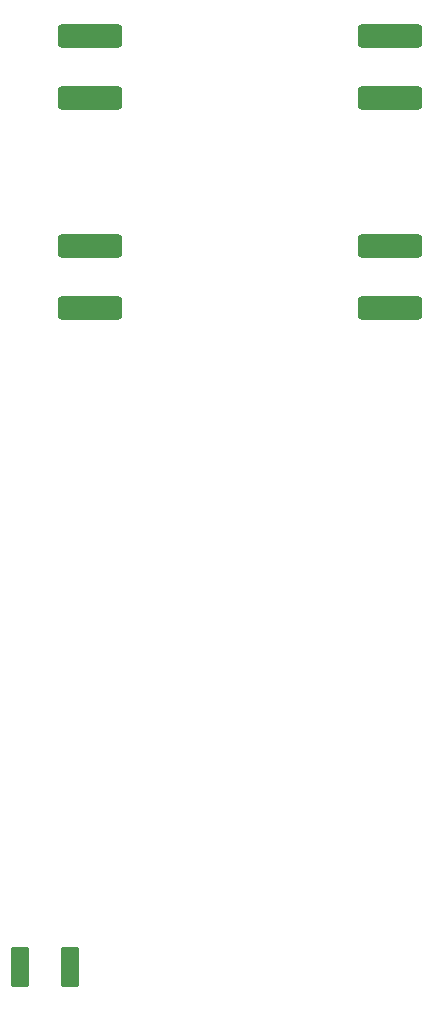
<source format=gbr>
%TF.GenerationSoftware,KiCad,Pcbnew,8.0.3-8.0.3-0~ubuntu22.04.1*%
%TF.CreationDate,2024-08-09T14:04:43+03:00*%
%TF.ProjectId,PM-PS,504d2d50-532e-46b6-9963-61645f706362,rev?*%
%TF.SameCoordinates,Original*%
%TF.FileFunction,Paste,Top*%
%TF.FilePolarity,Positive*%
%FSLAX46Y46*%
G04 Gerber Fmt 4.6, Leading zero omitted, Abs format (unit mm)*
G04 Created by KiCad (PCBNEW 8.0.3-8.0.3-0~ubuntu22.04.1) date 2024-08-09 14:04:43*
%MOMM*%
%LPD*%
G01*
G04 APERTURE LIST*
G04 Aperture macros list*
%AMRoundRect*
0 Rectangle with rounded corners*
0 $1 Rounding radius*
0 $2 $3 $4 $5 $6 $7 $8 $9 X,Y pos of 4 corners*
0 Add a 4 corners polygon primitive as box body*
4,1,4,$2,$3,$4,$5,$6,$7,$8,$9,$2,$3,0*
0 Add four circle primitives for the rounded corners*
1,1,$1+$1,$2,$3*
1,1,$1+$1,$4,$5*
1,1,$1+$1,$6,$7*
1,1,$1+$1,$8,$9*
0 Add four rect primitives between the rounded corners*
20,1,$1+$1,$2,$3,$4,$5,0*
20,1,$1+$1,$4,$5,$6,$7,0*
20,1,$1+$1,$6,$7,$8,$9,0*
20,1,$1+$1,$8,$9,$2,$3,0*%
G04 Aperture macros list end*
%ADD10RoundRect,0.249999X-2.450001X0.737501X-2.450001X-0.737501X2.450001X-0.737501X2.450001X0.737501X0*%
%ADD11RoundRect,0.250000X-0.537500X-1.450000X0.537500X-1.450000X0.537500X1.450000X-0.537500X1.450000X0*%
G04 APERTURE END LIST*
D10*
%TO.C,C3*%
X78740000Y-83722500D03*
X78740000Y-88997500D03*
%TD*%
%TO.C,C5*%
X104140000Y-83722500D03*
X104140000Y-88997500D03*
%TD*%
%TO.C,C4*%
X104140000Y-65942500D03*
X104140000Y-71217500D03*
%TD*%
D11*
%TO.C,C1*%
X72792500Y-144780000D03*
X77067500Y-144780000D03*
%TD*%
D10*
%TO.C,C2*%
X78740000Y-65942500D03*
X78740000Y-71217500D03*
%TD*%
M02*

</source>
